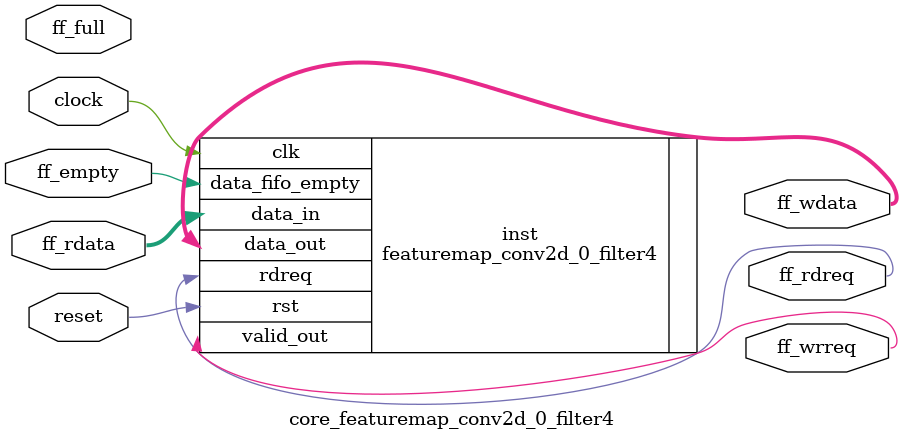
<source format=v>
module core_featuremap_conv2d_0_filter4 (
    clock,
    reset,
    // FIFO READ
    ff_rdata,
    ff_rdreq,
    ff_empty,
    // FIFO WRITE
    ff_wdata,
    ff_wrreq,
    ff_full
);
//
parameter  DWIDTH = 32;
//
input   clock;
input   reset;
// FIFO READ
input [DWIDTH*3-1:0] ff_rdata;
output               ff_rdreq;
input                ff_empty;
// FIFO WRITE
output [DWIDTH-1:0]   ff_wdata;
output                ff_wrreq;
input                 ff_full;
//

featuremap_conv2d_0_filter4 inst(
    .clk(clock),
    .rst(reset), 

    .data_in(ff_rdata),
    .data_fifo_empty(ff_empty),

    .data_out(ff_wdata),
    .valid_out(ff_wrreq),
    .rdreq(ff_rdreq)
);

endmodule
</source>
